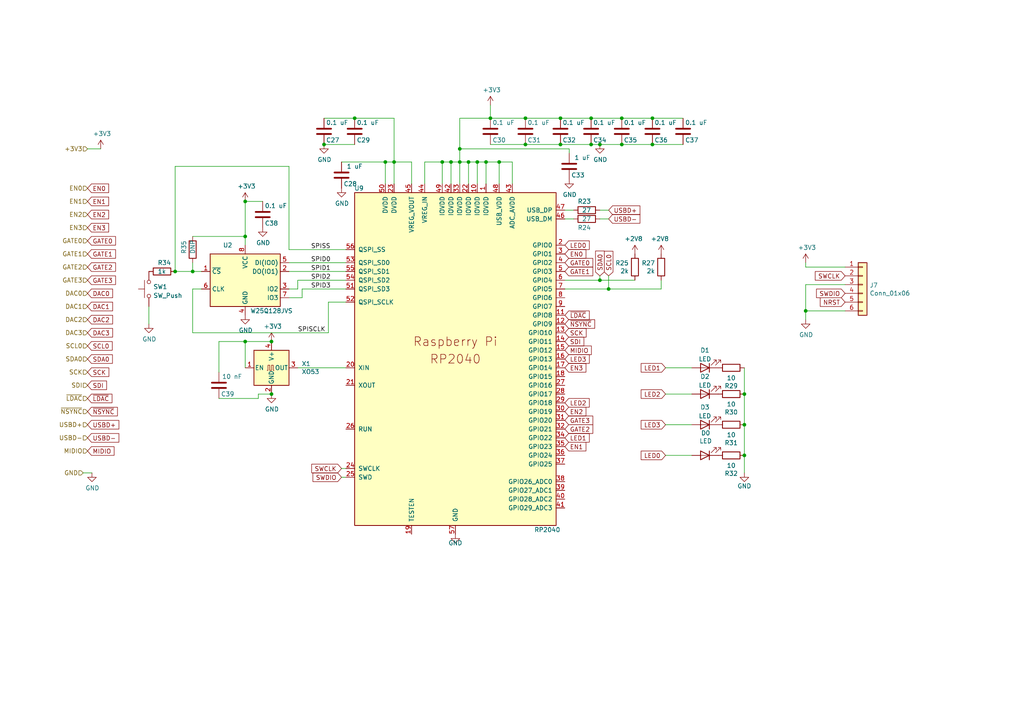
<source format=kicad_sch>
(kicad_sch (version 20230121) (generator eeschema)
  (paper "A4")
  (lib_symbols
    (symbol "Connector_Generic:Conn_01x06" (pin_names (offset 1.016) hide)
      (property "Reference" "J" (at 0 7.62 0))
      (property "Value" "Conn_01x06" (at 0 -10.16 0))
      (symbol "Conn_01x06_1_1"
        (rectangle (start -1.27 -7.493) (end 0 -7.747) (stroke (width 0.1524)))
        (rectangle (start -1.27 -4.953) (end 0 -5.207) (stroke (width 0.1524)))
        (rectangle (start -1.27 -2.413) (end 0 -2.667) (stroke (width 0.1524)))
        (rectangle (start -1.27 0.127) (end 0 -0.127) (stroke (width 0.1524)))
        (rectangle (start -1.27 2.667) (end 0 2.413) (stroke (width 0.1524)))
        (rectangle (start -1.27 5.207) (end 0 4.953) (stroke (width 0.1524)))
        (rectangle (start -1.27 6.35) (end 1.27 -8.89) (stroke (width 0.254)) (fill (type background)))
        (pin passive line (at -5.08 5.08 0) (length 3.81) (name "Pin_1") (number "1"))
        (pin passive line (at -5.08 2.54 0) (length 3.81) (name "Pin_2") (number "2"))
        (pin passive line (at -5.08 0 0) (length 3.81) (name "Pin_3") (number "3"))
        (pin passive line (at -5.08 -2.54 0) (length 3.81) (name "Pin_4") (number "4"))
        (pin passive line (at -5.08 -5.08 0) (length 3.81) (name "Pin_5") (number "5"))
        (pin passive line (at -5.08 -7.62 0) (length 3.81) (name "Pin_6") (number "6"))
      )
    )
    (symbol "Device:C" (pin_numbers hide) (pin_names (offset 0.254))
      (property "Reference" "C" (at 0.635 2.54 0))
      (property "Value" "C" (at 0.635 -2.54 0))
      (symbol "C_0_1"
        (polyline (pts (xy -2.032 -0.762) (xy 2.032 -0.762)) (stroke (width 0.508)))
        (polyline (pts (xy -2.032 0.762) (xy 2.032 0.762)) (stroke (width 0.508)))
      )
      (symbol "C_1_1"
        (pin passive line (at 0 3.81 270) (length 2.794) (name "~") (number "1"))
        (pin passive line (at 0 -3.81 90) (length 2.794) (name "~") (number "2"))
      )
    )
    (symbol "Device:LED" (pin_numbers hide) (pin_names (offset 1.016) hide)
      (property "Reference" "D" (at 0 2.54 0))
      (property "Value" "LED" (at 0 -2.54 0))
      (symbol "LED_0_1"
        (polyline (pts (xy -1.27 -1.27) (xy -1.27 1.27)) (stroke (width 0.254)))
        (polyline (pts (xy -1.27 0) (xy 1.27 0)))
        (polyline (pts (xy 1.27 -1.27) (xy 1.27 1.27) (xy -1.27 0) (xy 1.27 -1.27)) (stroke (width 0.254)))
        (polyline (pts (xy -3.048 -0.762) (xy -4.572 -2.286) (xy -3.81 -2.286) (xy -4.572 -2.286) (xy -4.572 -1.524)))
        (polyline (pts (xy -1.778 -0.762) (xy -3.302 -2.286) (xy -2.54 -2.286) (xy -3.302 -2.286) (xy -3.302 -1.524)))
      )
      (symbol "LED_1_1"
        (pin passive line (at -3.81 0 0) (length 2.54) (name "K") (number "1"))
        (pin passive line (at 3.81 0 180) (length 2.54) (name "A") (number "2"))
      )
    )
    (symbol "Device:R" (pin_numbers hide) (pin_names (offset 0))
      (property "Reference" "R" (at 2.032 0 90))
      (property "Value" "R" (at 0 0 90))
      (symbol "R_0_1"
        (rectangle (start -1.016 -2.54) (end 1.016 2.54) (stroke (width 0.254)))
      )
      (symbol "R_1_1"
        (pin passive line (at 0 3.81 270) (length 1.27) (name "~") (number "1"))
        (pin passive line (at 0 -3.81 90) (length 1.27) (name "~") (number "2"))
      )
    )
    (symbol "Oscillator:XO53" (pin_names (offset 0.254))
      (property "Reference" "X" (at -5.08 6.35 0))
      (property "Value" "XO53" (at 1.27 -6.35 0))
      (symbol "XO53_0_1"
        (rectangle (start -5.08 5.08) (end 5.08 -5.08) (stroke (width 0.254)) (fill (type background)))
        (polyline (pts (xy 0.762 -0.762) (xy 0.508 -0.762) (xy 0.508 0.762) (xy 0 0.762) (xy 0 -0.762) (xy -0.508 -0.762) (xy -0.508 0.762) (xy -1.016 0.762) (xy -1.016 -0.762) (xy -1.27 -0.762)))
      )
      (symbol "XO53_1_1"
        (pin input line (at -7.62 0 0) (length 2.54) (name "EN") (number "1"))
        (pin power_in line (at 0 -7.62 90) (length 2.54) (name "GND") (number "2"))
        (pin output line (at 7.62 0 180) (length 2.54) (name "OUT") (number "3"))
        (pin power_in line (at 0 7.62 270) (length 2.54) (name "V+") (number "4"))
      )
    )
    (symbol "Switch:SW_Push" (pin_numbers hide) (pin_names (offset 1.016) hide)
      (property "Reference" "SW" (at 1.27 2.54 0))
      (property "Value" "SW_Push" (at 0 -1.524 0))
      (symbol "SW_Push_0_1"
        (circle (center -2.032 0) (radius 0.508))
        (polyline (pts (xy 0 1.27) (xy 0 3.048)))
        (polyline (pts (xy 2.54 1.27) (xy -2.54 1.27)))
        (circle (center 2.032 0) (radius 0.508))
        (pin passive line (at -5.08 0 0) (length 2.54) (name "1") (number "1"))
        (pin passive line (at 5.08 0 180) (length 2.54) (name "2") (number "2"))
      )
    )
    (symbol "power:+2V8" (power) (pin_names (offset 0))
      (property "Value" "+2V8" (at 0 3.556 0))
      (symbol "+2V8_0_1"
        (polyline (pts (xy -0.762 1.27) (xy 0 2.54)))
        (polyline (pts (xy 0 0) (xy 0 2.54)))
        (polyline (pts (xy 0 2.54) (xy 0.762 1.27)))
      )
      (symbol "+2V8_1_1"
        (pin power_in line (at 0 0 90) (length 0) hide (name "+2V8") (number "1"))
      )
    )
    (symbol "power:+3V3" (power) (pin_names (offset 0))
      (property "Value" "+3V3" (at 0 3.556 0))
      (symbol "+3V3_0_1"
        (polyline (pts (xy -0.762 1.27) (xy 0 2.54)))
        (polyline (pts (xy 0 0) (xy 0 2.54)))
        (polyline (pts (xy 0 2.54) (xy 0.762 1.27)))
      )
      (symbol "+3V3_1_1"
        (pin power_in line (at 0 0 90) (length 0) hide (name "+3V3") (number "1"))
      )
    )
    (symbol "power:GND" (power) (pin_names (offset 0))
      (property "Value" "GND" (at 0 -3.81 0))
      (symbol "GND_0_1"
        (polyline (pts (xy 0 0) (xy 0 -1.27) (xy 1.27 -1.27) (xy 0 -2.54) (xy -1.27 -1.27) (xy 0 -1.27)))
      )
      (symbol "GND_1_1"
        (pin power_in line (at 0 0 270) (length 0) hide (name "GND") (number "1"))
      )
    )
    (symbol "quadrant-rescue:W25Q128JVS-Memory_Flash"
      (property "Reference" "U" (at -8.89 8.89 0))
      (property "Value" "Memory_Flash_W25Q128JVS" (at 7.62 8.89 0))
      (symbol "W25Q128JVS-Memory_Flash_0_1"
        (rectangle (start -10.16 7.62) (end 10.16 -7.62) (stroke (width 0.254)) (fill (type background)))
      )
      (symbol "W25Q128JVS-Memory_Flash_1_1"
        (pin input line (at -12.7 2.54 0) (length 2.54) (name "~{CS}") (number "1"))
        (pin bidirectional line (at 12.7 2.54 180) (length 2.54) (name "DO(IO1)") (number "2"))
        (pin bidirectional line (at 12.7 -2.54 180) (length 2.54) (name "IO2") (number "3"))
        (pin power_in line (at 0 -10.16 90) (length 2.54) (name "GND") (number "4"))
        (pin bidirectional line (at 12.7 5.08 180) (length 2.54) (name "DI(IO0)") (number "5"))
        (pin input line (at -12.7 -2.54 0) (length 2.54) (name "CLK") (number "6"))
        (pin bidirectional line (at 12.7 -5.08 180) (length 2.54) (name "IO3") (number "7"))
        (pin power_in line (at 0 10.16 270) (length 2.54) (name "VCC") (number "8"))
      )
    )
    (symbol "quadrant:RP2040" (pin_names (offset 1.016))
      (property "Reference" "U" (at -29.21 49.53 0))
      (property "Value" "RP2040" (at 24.13 -49.53 0))
      (symbol "RP2040_0_0"
        (text "Raspberry Pi" (at 0 5.08 0) (effects (font (size 2.54 2.54))))
        (text "RP2040" (at 0 0 0) (effects (font (size 2.54 2.54))))
      )
      (symbol "RP2040_0_1"
        (rectangle (start 29.21 48.26) (end -29.21 -48.26) (stroke (width 0.254)) (fill (type background)))
      )
      (symbol "RP2040_1_1"
        (pin power_in line (at 8.89 50.8 270) (length 2.54) (name "IOVDD") (number "1"))
        (pin power_in line (at 6.35 50.8 270) (length 2.54) (name "IOVDD") (number "10"))
        (pin bidirectional line (at 31.75 12.7 180) (length 2.54) (name "GPIO8") (number "11"))
        (pin bidirectional line (at 31.75 10.16 180) (length 2.54) (name "GPIO9") (number "12"))
        (pin bidirectional line (at 31.75 7.62 180) (length 2.54) (name "GPIO10") (number "13"))
        (pin bidirectional line (at 31.75 5.08 180) (length 2.54) (name "GPIO11") (number "14"))
        (pin bidirectional line (at 31.75 2.54 180) (length 2.54) (name "GPIO12") (number "15"))
        (pin bidirectional line (at 31.75 0 180) (length 2.54) (name "GPIO13") (number "16"))
        (pin bidirectional line (at 31.75 -2.54 180) (length 2.54) (name "GPIO14") (number "17"))
        (pin bidirectional line (at 31.75 -5.08 180) (length 2.54) (name "GPIO15") (number "18"))
        (pin passive line (at -12.7 -50.8 90) (length 2.54) (name "TESTEN") (number "19"))
        (pin bidirectional line (at 31.75 33.02 180) (length 2.54) (name "GPIO0") (number "2"))
        (pin input line (at -31.75 -2.54 0) (length 2.54) (name "XIN") (number "20"))
        (pin passive line (at -31.75 -7.62 0) (length 2.54) (name "XOUT") (number "21"))
        (pin power_in line (at 3.81 50.8 270) (length 2.54) (name "IOVDD") (number "22"))
        (pin power_in line (at -17.78 50.8 270) (length 2.54) (name "DVDD") (number "23"))
        (pin output line (at -31.75 -31.75 0) (length 2.54) (name "SWCLK") (number "24"))
        (pin bidirectional line (at -31.75 -34.29 0) (length 2.54) (name "SWD") (number "25"))
        (pin input line (at -31.75 -20.32 0) (length 2.54) (name "RUN") (number "26"))
        (pin bidirectional line (at 31.75 -7.62 180) (length 2.54) (name "GPIO16") (number "27"))
        (pin bidirectional line (at 31.75 -10.16 180) (length 2.54) (name "GPIO17") (number "28"))
        (pin bidirectional line (at 31.75 -12.7 180) (length 2.54) (name "GPIO18") (number "29"))
        (pin bidirectional line (at 31.75 30.48 180) (length 2.54) (name "GPIO1") (number "3"))
        (pin bidirectional line (at 31.75 -15.24 180) (length 2.54) (name "GPIO19") (number "30"))
        (pin bidirectional line (at 31.75 -17.78 180) (length 2.54) (name "GPIO20") (number "31"))
        (pin bidirectional line (at 31.75 -20.32 180) (length 2.54) (name "GPIO21") (number "32"))
        (pin power_in line (at 1.27 50.8 270) (length 2.54) (name "IOVDD") (number "33"))
        (pin bidirectional line (at 31.75 -22.86 180) (length 2.54) (name "GPIO22") (number "34"))
        (pin bidirectional line (at 31.75 -25.4 180) (length 2.54) (name "GPIO23") (number "35"))
        (pin bidirectional line (at 31.75 -27.94 180) (length 2.54) (name "GPIO24") (number "36"))
        (pin bidirectional line (at 31.75 -30.48 180) (length 2.54) (name "GPIO25") (number "37"))
        (pin bidirectional line (at 31.75 -35.56 180) (length 2.54) (name "GPIO26_ADC0") (number "38"))
        (pin bidirectional line (at 31.75 -38.1 180) (length 2.54) (name "GPIO27_ADC1") (number "39"))
        (pin bidirectional line (at 31.75 27.94 180) (length 2.54) (name "GPIO2") (number "4"))
        (pin bidirectional line (at 31.75 -40.64 180) (length 2.54) (name "GPIO28_ADC2") (number "40"))
        (pin bidirectional line (at 31.75 -43.18 180) (length 2.54) (name "GPIO29_ADC3") (number "41"))
        (pin power_in line (at -1.27 50.8 270) (length 2.54) (name "IOVDD") (number "42"))
        (pin power_in line (at 16.51 50.8 270) (length 2.54) (name "ADC_AVDD") (number "43"))
        (pin power_in line (at -8.89 50.8 270) (length 2.54) (name "VREG_IN") (number "44"))
        (pin power_out line (at -12.7 50.8 270) (length 2.54) (name "VREG_VOUT") (number "45"))
        (pin bidirectional line (at 31.75 40.64 180) (length 2.54) (name "USB_DM") (number "46"))
        (pin bidirectional line (at 31.75 43.18 180) (length 2.54) (name "USB_DP") (number "47"))
        (pin power_in line (at 12.7 50.8 270) (length 2.54) (name "USB_VDD") (number "48"))
        (pin power_in line (at -3.81 50.8 270) (length 2.54) (name "IOVDD") (number "49"))
        (pin bidirectional line (at 31.75 25.4 180) (length 2.54) (name "GPIO3") (number "5"))
        (pin power_in line (at -20.32 50.8 270) (length 2.54) (name "DVDD") (number "50"))
        (pin bidirectional line (at -31.75 20.32 0) (length 2.54) (name "QSPI_SD3") (number "51"))
        (pin output line (at -31.75 16.51 0) (length 2.54) (name "QSPI_SCLK") (number "52"))
        (pin bidirectional line (at -31.75 27.94 0) (length 2.54) (name "QSPI_SD0") (number "53"))
        (pin bidirectional line (at -31.75 22.86 0) (length 2.54) (name "QSPI_SD2") (number "54"))
        (pin bidirectional line (at -31.75 25.4 0) (length 2.54) (name "QSPI_SD1") (number "55"))
        (pin bidirectional line (at -31.75 31.75 0) (length 2.54) (name "QSPI_SS") (number "56"))
        (pin power_in line (at 0 -50.8 90) (length 2.54) (name "GND") (number "57"))
        (pin bidirectional line (at 31.75 22.86 180) (length 2.54) (name "GPIO4") (number "6"))
        (pin bidirectional line (at 31.75 20.32 180) (length 2.54) (name "GPIO5") (number "7"))
        (pin bidirectional line (at 31.75 17.78 180) (length 2.54) (name "GPIO6") (number "8"))
        (pin bidirectional line (at 31.75 15.24 180) (length 2.54) (name "GPIO7") (number "9"))
      )
    )
  )
  (junction (at 180.34 41.91))
  (junction (at 130.81 46.99))
  (junction (at 111.76 46.99))
  (junction (at 114.3 46.99))
  (junction (at 140.97 46.99))
  (junction (at 189.23 34.29))
  (junction (at 176.53 83.82))
  (junction (at 152.4 34.29))
  (junction (at 215.9 132.08))
  (junction (at 55.88 78.74))
  (junction (at 133.35 46.99))
  (junction (at 135.89 46.99))
  (junction (at 93.98 41.91))
  (junction (at 71.12 99.06))
  (junction (at 171.45 41.91))
  (junction (at 215.9 123.19))
  (junction (at 215.9 114.3))
  (junction (at 138.43 46.99))
  (junction (at 180.34 34.29))
  (junction (at 78.74 114.3))
  (junction (at 233.68 90.17))
  (junction (at 144.78 46.99))
  (junction (at 142.24 34.29))
  (junction (at 162.56 34.29))
  (junction (at 173.99 41.91))
  (junction (at 102.87 34.29))
  (junction (at 128.27 46.99))
  (junction (at 171.45 34.29))
  (junction (at 162.56 41.91))
  (junction (at 173.99 81.28))
  (junction (at 189.23 41.91))
  (junction (at 133.35 43.18))
  (junction (at 152.4 41.91))
  (junction (at 71.12 58.42))
  (junction (at 71.12 68.58))
  (junction (at 78.74 99.06))
  (junction (at 50.8 78.74))
  (wire (pts (xy 233.68 90.17) (xy 233.68 82.55)))
  (wire (pts (xy 163.83 83.82) (xy 176.53 83.82)))
  (wire (pts (xy 166.37 63.5) (xy 163.83 63.5)))
  (wire (pts (xy 130.81 46.99) (xy 133.35 46.99)))
  (wire (pts (xy 176.53 83.82) (xy 191.77 83.82)))
  (wire (pts (xy 111.76 46.99) (xy 114.3 46.99)))
  (wire (pts (xy 162.56 41.91) (xy 171.45 41.91)))
  (wire (pts (xy 165.1 43.18) (xy 165.1 44.45)))
  (wire (pts (xy 63.5 115.57) (xy 74.93 115.57)))
  (wire (pts (xy 152.4 34.29) (xy 162.56 34.29)))
  (wire (pts (xy 189.23 34.29) (xy 198.12 34.29)))
  (wire (pts (xy 100.33 135.89) (xy 99.06 135.89)))
  (wire (pts (xy 71.12 99.06) (xy 63.5 99.06)))
  (wire (pts (xy 93.98 34.29) (xy 102.87 34.29)))
  (wire (pts (xy 55.88 96.52) (xy 95.25 96.52)))
  (wire (pts (xy 55.88 76.2) (xy 55.88 78.74)))
  (wire (pts (xy 87.63 83.82) (xy 100.33 83.82)))
  (wire (pts (xy 233.68 77.47) (xy 245.11 77.47)))
  (wire (pts (xy 24.13 137.16) (xy 26.67 137.16)))
  (wire (pts (xy 83.82 83.82) (xy 86.36 83.82)))
  (wire (pts (xy 128.27 53.34) (xy 128.27 46.99)))
  (wire (pts (xy 58.42 78.74) (xy 55.88 78.74)))
  (wire (pts (xy 140.97 46.99) (xy 144.78 46.99)))
  (wire (pts (xy 95.25 96.52) (xy 95.25 87.63)))
  (wire (pts (xy 86.36 81.28) (xy 100.33 81.28)))
  (wire (pts (xy 233.68 82.55) (xy 245.11 82.55)))
  (wire (pts (xy 180.34 41.91) (xy 189.23 41.91)))
  (wire (pts (xy 193.04 114.3) (xy 200.66 114.3)))
  (wire (pts (xy 123.19 53.34) (xy 123.19 46.99)))
  (wire (pts (xy 133.35 43.18) (xy 165.1 43.18)))
  (wire (pts (xy 123.19 46.99) (xy 128.27 46.99)))
  (wire (pts (xy 173.99 81.28) (xy 184.15 81.28)))
  (wire (pts (xy 128.27 46.99) (xy 130.81 46.99)))
  (wire (pts (xy 71.12 58.42) (xy 71.12 68.58)))
  (wire (pts (xy 83.82 86.36) (xy 87.63 86.36)))
  (wire (pts (xy 133.35 34.29) (xy 133.35 43.18)))
  (wire (pts (xy 55.88 83.82) (xy 55.88 96.52)))
  (wire (pts (xy 191.77 83.82) (xy 191.77 81.28)))
  (wire (pts (xy 144.78 46.99) (xy 144.78 53.34)))
  (wire (pts (xy 173.99 41.91) (xy 180.34 41.91)))
  (wire (pts (xy 245.11 90.17) (xy 233.68 90.17)))
  (wire (pts (xy 173.99 60.96) (xy 176.53 60.96)))
  (wire (pts (xy 86.36 83.82) (xy 86.36 81.28)))
  (wire (pts (xy 50.8 48.26) (xy 50.8 78.74)))
  (wire (pts (xy 114.3 46.99) (xy 114.3 53.34)))
  (wire (pts (xy 133.35 43.18) (xy 133.35 46.99)))
  (wire (pts (xy 138.43 46.99) (xy 140.97 46.99)))
  (wire (pts (xy 215.9 123.19) (xy 215.9 132.08)))
  (wire (pts (xy 180.34 34.29) (xy 189.23 34.29)))
  (wire (pts (xy 83.82 72.39) (xy 83.82 48.26)))
  (wire (pts (xy 86.36 106.68) (xy 100.33 106.68)))
  (wire (pts (xy 71.12 68.58) (xy 71.12 71.12)))
  (wire (pts (xy 58.42 83.82) (xy 55.88 83.82)))
  (wire (pts (xy 142.24 41.91) (xy 152.4 41.91)))
  (wire (pts (xy 215.9 106.68) (xy 215.9 114.3)))
  (wire (pts (xy 193.04 123.19) (xy 200.66 123.19)))
  (wire (pts (xy 29.21 43.18) (xy 25.4 43.18)))
  (wire (pts (xy 215.9 132.08) (xy 215.9 137.16)))
  (wire (pts (xy 74.93 114.3) (xy 78.74 114.3)))
  (wire (pts (xy 102.87 34.29) (xy 114.3 34.29)))
  (wire (pts (xy 142.24 30.48) (xy 142.24 34.29)))
  (wire (pts (xy 176.53 83.82) (xy 176.53 80.01)))
  (wire (pts (xy 215.9 114.3) (xy 215.9 123.19)))
  (wire (pts (xy 144.78 46.99) (xy 148.59 46.99)))
  (wire (pts (xy 152.4 41.91) (xy 162.56 41.91)))
  (wire (pts (xy 148.59 46.99) (xy 148.59 53.34)))
  (wire (pts (xy 43.18 88.9) (xy 43.18 93.98)))
  (wire (pts (xy 163.83 60.96) (xy 166.37 60.96)))
  (wire (pts (xy 100.33 138.43) (xy 99.06 138.43)))
  (wire (pts (xy 133.35 46.99) (xy 133.35 53.34)))
  (wire (pts (xy 95.25 87.63) (xy 100.33 87.63)))
  (wire (pts (xy 99.06 46.99) (xy 111.76 46.99)))
  (wire (pts (xy 87.63 86.36) (xy 87.63 83.82)))
  (wire (pts (xy 193.04 106.68) (xy 200.66 106.68)))
  (wire (pts (xy 55.88 68.58) (xy 71.12 68.58)))
  (wire (pts (xy 163.83 81.28) (xy 173.99 81.28)))
  (wire (pts (xy 171.45 41.91) (xy 173.99 41.91)))
  (wire (pts (xy 140.97 46.99) (xy 140.97 53.34)))
  (wire (pts (xy 55.88 78.74) (xy 50.8 78.74)))
  (wire (pts (xy 114.3 34.29) (xy 114.3 46.99)))
  (wire (pts (xy 138.43 46.99) (xy 135.89 46.99)))
  (wire (pts (xy 111.76 53.34) (xy 111.76 46.99)))
  (wire (pts (xy 74.93 115.57) (xy 74.93 114.3)))
  (wire (pts (xy 233.68 92.71) (xy 233.68 90.17)))
  (wire (pts (xy 142.24 34.29) (xy 133.35 34.29)))
  (wire (pts (xy 171.45 34.29) (xy 180.34 34.29)))
  (wire (pts (xy 71.12 58.42) (xy 76.2 58.42)))
  (wire (pts (xy 78.74 99.06) (xy 71.12 99.06)))
  (wire (pts (xy 173.99 81.28) (xy 173.99 80.01)))
  (wire (pts (xy 135.89 46.99) (xy 133.35 46.99)))
  (wire (pts (xy 83.82 76.2) (xy 100.33 76.2)))
  (wire (pts (xy 176.53 63.5) (xy 173.99 63.5)))
  (wire (pts (xy 138.43 53.34) (xy 138.43 46.99)))
  (wire (pts (xy 83.82 48.26) (xy 50.8 48.26)))
  (wire (pts (xy 114.3 46.99) (xy 119.38 46.99)))
  (wire (pts (xy 189.23 41.91) (xy 198.12 41.91)))
  (wire (pts (xy 130.81 53.34) (xy 130.81 46.99)))
  (wire (pts (xy 100.33 72.39) (xy 83.82 72.39)))
  (wire (pts (xy 100.33 78.74) (xy 83.82 78.74)))
  (wire (pts (xy 142.24 34.29) (xy 152.4 34.29)))
  (wire (pts (xy 193.04 132.08) (xy 200.66 132.08)))
  (wire (pts (xy 233.68 76.2) (xy 233.68 77.47)))
  (wire (pts (xy 119.38 46.99) (xy 119.38 53.34)))
  (wire (pts (xy 135.89 53.34) (xy 135.89 46.99)))
  (wire (pts (xy 162.56 34.29) (xy 171.45 34.29)))
  (wire (pts (xy 71.12 106.68) (xy 71.12 99.06)))
  (wire (pts (xy 63.5 99.06) (xy 63.5 107.95)))
  (wire (pts (xy 93.98 41.91) (xy 102.87 41.91)))
  (label "SPISCLK" (at 86.36 96.52 0))
  (label "SPID3" (at 90.17 83.82 0))
  (label "SPISS" (at 90.17 72.39 0))
  (label "SPID1" (at 90.17 78.74 0))
  (label "SPID0" (at 90.17 76.2 0))
  (label "SPID2" (at 90.17 81.28 0))
  (global_label "SDI" (shape input) (at 163.83 99.06 0) (property "Intersheetrefs" "${INTERSHEET_REFS}" (effects hide)))
  (global_label "SCK" (shape input) (at 163.83 96.52 0) (property "Intersheetrefs" "${INTERSHEET_REFS}" (effects hide)))
  (global_label "~{NSYNC}" (shape input) (at 163.83 93.98 0) (property "Intersheetrefs" "${INTERSHEET_REFS}" (effects hide)))
  (global_label "SCK" (shape input) (at 25.4 107.95 0) (property "Intersheetrefs" "${INTERSHEET_REFS}" (effects hide)))
  (global_label "~{NSYNC}" (shape input) (at 25.4 119.38 0) (property "Intersheetrefs" "${INTERSHEET_REFS}" (effects hide)))
  (global_label "LED0" (shape input) (at 163.83 71.12 0) (property "Intersheetrefs" "${INTERSHEET_REFS}" (effects hide)))
  (global_label "EN2" (shape input) (at 163.83 119.38 0) (property "Intersheetrefs" "${INTERSHEET_REFS}" (effects hide)))
  (global_label "MIDIO" (shape input) (at 25.4 130.81 0) (property "Intersheetrefs" "${INTERSHEET_REFS}" (effects hide)))
  (global_label "EN2" (shape input) (at 25.4 62.23 0) (property "Intersheetrefs" "${INTERSHEET_REFS}" (effects hide)))
  (global_label "SDA0" (shape input) (at 25.4 104.14 0) (property "Intersheetrefs" "${INTERSHEET_REFS}" (effects hide)))
  (global_label "GATE0" (shape input) (at 163.83 76.2 0) (property "Intersheetrefs" "${INTERSHEET_REFS}" (effects hide)))
  (global_label "USBD-" (shape input) (at 25.4 127 0) (property "Intersheetrefs" "${INTERSHEET_REFS}" (effects hide)))
  (global_label "GATE3" (shape input) (at 25.4 81.28 0) (property "Intersheetrefs" "${INTERSHEET_REFS}" (effects hide)))
  (global_label "EN1" (shape input) (at 25.4 58.42 0) (property "Intersheetrefs" "${INTERSHEET_REFS}" (effects hide)))
  (global_label "GATE2" (shape input) (at 25.4 77.47 0) (property "Intersheetrefs" "${INTERSHEET_REFS}" (effects hide)))
  (global_label "EN0" (shape input) (at 163.83 73.66 0) (property "Intersheetrefs" "${INTERSHEET_REFS}" (effects hide)))
  (global_label "USBD-" (shape input) (at 176.53 63.5 0) (property "Intersheetrefs" "${INTERSHEET_REFS}" (effects hide)))
  (global_label "SWCLK" (shape input) (at 99.06 135.89 180) (property "Intersheetrefs" "${INTERSHEET_REFS}" (effects hide)))
  (global_label "LED2" (shape input) (at 193.04 114.3 180) (property "Intersheetrefs" "${INTERSHEET_REFS}" (effects hide)))
  (global_label "EN1" (shape input) (at 163.83 129.54 0) (property "Intersheetrefs" "${INTERSHEET_REFS}" (effects hide)))
  (global_label "MIDIO" (shape input) (at 163.83 101.6 0) (property "Intersheetrefs" "${INTERSHEET_REFS}" (effects hide)))
  (global_label "LED2" (shape input) (at 163.83 116.84 0) (property "Intersheetrefs" "${INTERSHEET_REFS}" (effects hide)))
  (global_label "LED3" (shape input) (at 193.04 123.19 180) (property "Intersheetrefs" "${INTERSHEET_REFS}" (effects hide)))
  (global_label "USBD+" (shape input) (at 25.4 123.19 0) (property "Intersheetrefs" "${INTERSHEET_REFS}" (effects hide)))
  (global_label "USBD+" (shape input) (at 176.53 60.96 0) (property "Intersheetrefs" "${INTERSHEET_REFS}" (effects hide)))
  (global_label "LED1" (shape input) (at 163.83 127 0) (property "Intersheetrefs" "${INTERSHEET_REFS}" (effects hide)))
  (global_label "EN3" (shape input) (at 25.4 66.04 0) (property "Intersheetrefs" "${INTERSHEET_REFS}" (effects hide)))
  (global_label "GATE0" (shape input) (at 25.4 69.85 0) (property "Intersheetrefs" "${INTERSHEET_REFS}" (effects hide)))
  (global_label "~{LDAC}" (shape input) (at 25.4 115.57 0) (property "Intersheetrefs" "${INTERSHEET_REFS}" (effects hide)))
  (global_label "DAC3" (shape input) (at 25.4 96.52 0) (property "Intersheetrefs" "${INTERSHEET_REFS}" (effects hide)))
  (global_label "GATE2" (shape input) (at 163.83 124.46 0) (property "Intersheetrefs" "${INTERSHEET_REFS}" (effects hide)))
  (global_label "DAC0" (shape input) (at 25.4 85.09 0) (property "Intersheetrefs" "${INTERSHEET_REFS}" (effects hide)))
  (global_label "LED0" (shape input) (at 193.04 132.08 180) (property "Intersheetrefs" "${INTERSHEET_REFS}" (effects hide)))
  (global_label "LED1" (shape input) (at 193.04 106.68 180) (property "Intersheetrefs" "${INTERSHEET_REFS}" (effects hide)))
  (global_label "GATE3" (shape input) (at 163.83 121.92 0) (property "Intersheetrefs" "${INTERSHEET_REFS}" (effects hide)))
  (global_label "SCL0" (shape input) (at 25.4 100.33 0) (property "Intersheetrefs" "${INTERSHEET_REFS}" (effects hide)))
  (global_label "SDI" (shape input) (at 25.4 111.76 0) (property "Intersheetrefs" "${INTERSHEET_REFS}" (effects hide)))
  (global_label "SWCLK" (shape input) (at 245.11 80.01 180) (property "Intersheetrefs" "${INTERSHEET_REFS}" (effects hide)))
  (global_label "SWDIO" (shape input) (at 245.11 85.09 180) (property "Intersheetrefs" "${INTERSHEET_REFS}" (effects hide)))
  (global_label "GATE1" (shape input) (at 25.4 73.66 0) (property "Intersheetrefs" "${INTERSHEET_REFS}" (effects hide)))
  (global_label "~{LDAC}" (shape input) (at 163.83 91.44 0) (property "Intersheetrefs" "${INTERSHEET_REFS}" (effects hide)))
  (global_label "SWDIO" (shape input) (at 99.06 138.43 180) (property "Intersheetrefs" "${INTERSHEET_REFS}" (effects hide)))
  (global_label "NRST" (shape input) (at 245.11 87.63 180) (property "Intersheetrefs" "${INTERSHEET_REFS}" (effects hide)))
  (global_label "EN3" (shape input) (at 163.83 106.68 0) (property "Intersheetrefs" "${INTERSHEET_REFS}" (effects hide)))
  (global_label "SCL0" (shape input) (at 176.53 80.01 90) (property "Intersheetrefs" "${INTERSHEET_REFS}" (effects hide)))
  (global_label "SDA0" (shape input) (at 173.99 80.01 90) (property "Intersheetrefs" "${INTERSHEET_REFS}" (effects hide)))
  (global_label "GATE1" (shape input) (at 163.83 78.74 0) (property "Intersheetrefs" "${INTERSHEET_REFS}" (effects hide)))
  (global_label "DAC2" (shape input) (at 25.4 92.71 0) (property "Intersheetrefs" "${INTERSHEET_REFS}" (effects hide)))
  (global_label "EN0" (shape input) (at 25.4 54.61 0) (property "Intersheetrefs" "${INTERSHEET_REFS}" (effects hide)))
  (global_label "LED3" (shape input) (at 163.83 104.14 0) (property "Intersheetrefs" "${INTERSHEET_REFS}" (effects hide)))
  (global_label "DAC1" (shape input) (at 25.4 88.9 0) (property "Intersheetrefs" "${INTERSHEET_REFS}" (effects hide)))
  (hierarchical_label "USBD-" (shape input) (at 25.4 127 180))
  (hierarchical_label "GATE0" (shape input) (at 25.4 69.85 180))
  (hierarchical_label "+3V3" (shape input) (at 25.4 43.18 180))
  (hierarchical_label "GATE3" (shape input) (at 25.4 81.28 180))
  (hierarchical_label "DAC0" (shape input) (at 25.4 85.09 180))
  (hierarchical_label "SCL0" (shape input) (at 25.4 100.33 180))
  (hierarchical_label "EN1" (shape input) (at 25.4 58.42 180))
  (hierarchical_label "SDA0" (shape input) (at 25.4 104.14 180))
  (hierarchical_label "SDI" (shape input) (at 25.4 111.76 180))
  (hierarchical_label "MIDIO" (shape input) (at 25.4 130.81 180))
  (hierarchical_label "EN2" (shape input) (at 25.4 62.23 180))
  (hierarchical_label "~{LDAC}" (shape input) (at 25.4 115.57 180))
  (hierarchical_label "GND" (shape input) (at 24.13 137.16 180))
  (hierarchical_label "DAC1" (shape input) (at 25.4 88.9 180))
  (hierarchical_label "~{NSYNC}" (shape input) (at 25.4 119.38 180))
  (hierarchical_label "GATE1" (shape input) (at 25.4 73.66 180))
  (hierarchical_label "DAC3" (shape input) (at 25.4 96.52 180))
  (hierarchical_label "DAC2" (shape input) (at 25.4 92.71 180))
  (hierarchical_label "EN0" (shape input) (at 25.4 54.61 180))
  (hierarchical_label "GATE2" (shape input) (at 25.4 77.47 180))
  (hierarchical_label "EN3" (shape input) (at 25.4 66.04 180))
  (hierarchical_label "USBD+" (shape input) (at 25.4 123.19 180))
  (hierarchical_label "SCK" (shape input) (at 25.4 107.95 180))
  (symbol (lib_id "quadrant-rescue:W25Q128JVS-Memory_Flash") (at 71.12 81.28 0) (unit 1)
    (property "Reference" "U2" (at 66.04 71.12 0))
    (property "Value" "W25Q128JVS" (at 78.74 90.17 0))
    (property "Footprint" "Package_SO:SOIC-8_5.23x5.23mm_P1.27mm" (effects hide))
    (property "Datasheet" "http://www.winbond.com/resource-files/w25q128jv_dtr%20revc%2003272018%20plus.pdf" (effects hide))
    (property "JLC" "SOIC-8_208mil" (effects hide))
    (property "LCSC" "C97521" (effects hide))
    (property "ordered" "y" (effects hide))
  )
  (symbol (lib_id "Device:C") (at 76.2 62.23 180) (unit 1)
    (property "Reference" "C38" (at 78.74 64.77 0))
    (property "Value" "0.1 uF" (at 80.01 59.69 0))
    (property "Footprint" "Capacitor_SMD:C_0603_1608Metric_Pad1.08x0.95mm_HandSolder" (effects hide))
    (property "JLC" "0603" (effects hide))
    (property "ordered" "y" (effects hide))
    (instances (project "quadrant" (path "" (reference "C38") (unit 1)) (path "" (reference "C?") (unit 1))))
  )
  (symbol (lib_id "Device:R") (at 55.88 72.39 0) (mirror y) (unit 1)
    (property "Reference" "R35" (at 53.34 73.66 90) (effects (justify left)))
    (property "Value" "DNP" (at 55.88 73.66 90) (effects (justify left)))
    (property "Footprint" "Resistor_SMD:R_0603_1608Metric_Pad0.98x0.95mm_HandSolder" (effects hide))
    (instances (project "quadrant" (path "" (reference "R35") (unit 1)) (path "" (reference "R?") (unit 1))))
  )
  (symbol (lib_id "Device:R") (at 46.99 78.74 270) (mirror x) (unit 1)
    (property "Reference" "R34" (at 45.72 76.2 90) (effects (justify left)))
    (property "Value" "1k" (at 45.72 78.74 90) (effects (justify left)))
    (property "Footprint" "Resistor_SMD:R_0603_1608Metric_Pad0.98x0.95mm_HandSolder" (effects hide))
    (property "JLC" "0603" (effects hide))
    (property "ordered" "y" (effects hide))
    (instances (project "quadrant" (path "" (reference "R34") (unit 1)) (path "" (reference "R?") (unit 1))))
  )
  (symbol (lib_id "power:+3V3") (at 71.12 58.42 0) (unit 1)
    (property "Reference" "#PWR0101" (effects hide))
    (property "Value" "+3V3" (at 71.501 54.0258 0))
    (instances (project "quadrant" (path "" (reference "#PWR0101") (unit 1)) (path "" (reference "#PWR?") (unit 1))))
  )
  (symbol (lib_id "power:GND") (at 76.2 66.04 0) (unit 1)
    (property "Reference" "#PWR0102" (effects hide))
    (property "Value" "GND" (at 76.327 70.4342 0))
    (instances (project "quadrant" (path "" (reference "#PWR0102") (unit 1)) (path "" (reference "#PWR?") (unit 1))))
  )
  (symbol (lib_id "power:GND") (at 71.12 91.44 0) (unit 1)
    (property "Reference" "#PWR0103" (effects hide))
    (property "Value" "GND" (at 71.247 95.8342 0))
    (instances (project "quadrant" (path "" (reference "#PWR0103") (unit 1)) (path "" (reference "#PWR?") (unit 1))))
  )
  (symbol (lib_id "power:GND") (at 43.18 93.98 0) (unit 1)
    (property "Reference" "#PWR0104" (effects hide))
    (property "Value" "GND" (at 43.307 98.3742 0))
    (instances (project "quadrant" (path "" (reference "#PWR0104") (unit 1)) (path "" (reference "#PWR?") (unit 1))))
  )
  (symbol (lib_id "Oscillator:XO53") (at 78.74 106.68 0) (unit 1)
    (property "Reference" "X1" (at 87.4776 105.5116 0) (effects (justify left)))
    (property "Value" "XO53" (at 87.4776 107.823 0) (effects (justify left)))
    (property "Footprint" "Oscillator:Oscillator_SMD_Kyocera_KC2520Z-4Pin_2.5x2.0mm" (effects hide))
    (property "Datasheet" "http://cdn-reichelt.de/documents/datenblatt/B400/XO53.pdf" (effects hide))
    (property "JLC" "SMD2520-4P" (effects hide))
    (property "LCSC" "C2901596" (effects hide))
    (property "ordered" "y" (effects hide))
  )
  (symbol (lib_id "power:GND") (at 78.74 114.3 0) (unit 1)
    (property "Reference" "#PWR0105" (effects hide))
    (property "Value" "GND" (at 78.867 118.6942 0))
    (instances (project "quadrant" (path "" (reference "#PWR0105") (unit 1)) (path "" (reference "#PWR?") (unit 1))))
  )
  (symbol (lib_id "power:+3V3") (at 78.74 99.06 0) (unit 1)
    (property "Reference" "#PWR0106" (effects hide))
    (property "Value" "+3V3" (at 79.121 94.6658 0))
    (instances (project "quadrant" (path "" (reference "#PWR0106") (unit 1)) (path "" (reference "#PWR?") (unit 1))))
  )
  (symbol (lib_id "Device:C") (at 63.5 111.76 180) (unit 1)
    (property "Reference" "C39" (at 66.04 114.3 0))
    (property "Value" "10 nF" (at 67.31 109.22 0))
    (property "Footprint" "Capacitor_SMD:C_0603_1608Metric_Pad1.08x0.95mm_HandSolder" (effects hide))
    (property "JLC" "0603" (effects hide))
    (property "ordered" "y" (effects hide))
    (instances (project "quadrant" (path "" (reference "C39") (unit 1)) (path "" (reference "C?") (unit 1))))
  )
  (symbol (lib_id "power:GND") (at 233.68 92.71 0) (unit 1)
    (property "Reference" "#PWR074" (effects hide))
    (property "Value" "GND" (at 233.807 97.1042 0))
    (instances (project "quadrant" (path "" (reference "#PWR074") (unit 1)) (path "" (reference "#PWR?") (unit 1))))
  )
  (symbol (lib_id "Connector_Generic:Conn_01x06") (at 250.19 82.55 0) (unit 1)
    (property "Reference" "J7" (at 252.222 82.7532 0) (effects (justify left)))
    (property "Value" "Conn_01x06" (at 252.222 85.0646 0) (effects (justify left)))
    (property "Footprint" "Connector_PinHeader_2.54mm:PinHeader_1x06_P2.54mm_Vertical" (effects hide))
    (property "JLC" "直插,P=2.54mm" (effects hide))
    (property "LCSC" "C190819" (effects hide))
    (property "ordered" "y" (effects hide))
    (instances (project "quadrant" (path "" (reference "J7") (unit 1)) (path "" (reference "J?") (unit 1))))
  )
  (symbol (lib_id "Device:R") (at 191.77 77.47 0) (mirror y) (unit 1)
    (property "Reference" "R27" (at 189.992 76.3016 0) (effects (justify left)))
    (property "Value" "2k" (at 189.992 78.613 0) (effects (justify left)))
    (property "Footprint" "Resistor_SMD:R_0603_1608Metric_Pad0.98x0.95mm_HandSolder" (effects hide))
    (property "JLC" "0603" (effects hide))
    (property "ordered" "y" (effects hide))
    (instances (project "quadrant" (path "" (reference "R27") (unit 1)) (path "" (reference "R?") (unit 1))))
  )
  (symbol (lib_id "power:+2V8") (at 191.77 73.66 0) (mirror y) (unit 1)
    (property "Reference" "#PWR070" (effects hide))
    (property "Value" "+2V8" (at 191.389 69.2658 0))
    (instances (project "quadrant" (path "" (reference "#PWR070") (unit 1)) (path "" (reference "#PWR?") (unit 1))))
  )
  (symbol (lib_id "Device:R") (at 184.15 77.47 0) (mirror y) (unit 1)
    (property "Reference" "R25" (at 182.372 76.3016 0) (effects (justify left)))
    (property "Value" "2k" (at 182.372 78.613 0) (effects (justify left)))
    (property "Footprint" "Resistor_SMD:R_0603_1608Metric_Pad0.98x0.95mm_HandSolder" (effects hide))
    (property "JLC" "0603" (effects hide))
    (property "ordered" "y" (effects hide))
    (instances (project "quadrant" (path "" (reference "R25") (unit 1)) (path "" (reference "R?") (unit 1))))
  )
  (symbol (lib_id "power:+2V8") (at 184.15 73.66 0) (mirror y) (unit 1)
    (property "Reference" "#PWR068" (effects hide))
    (property "Value" "+2V8" (at 183.769 69.2658 0))
    (instances (project "quadrant" (path "" (reference "#PWR068") (unit 1)) (path "" (reference "#PWR?") (unit 1))))
  )
  (symbol (lib_id "Device:LED") (at 204.47 106.68 180) (unit 1)
    (property "Reference" "D1" (at 204.47 101.6 0))
    (property "Value" "LED" (at 204.47 104.14 0))
    (property "Footprint" "LED_SMD:LED_0603_1608Metric_Pad1.05x0.95mm_HandSolder" (effects hide))
    (property "JLC" "0603" (effects hide))
    (property "ordered" "y" (effects hide))
    (instances (project "quadrant" (path "" (reference "D1") (unit 1)) (path "" (reference "D?") (unit 1))))
  )
  (symbol (lib_id "Device:R") (at 212.09 106.68 90) (unit 1)
    (property "Reference" "R29" (at 212.09 111.9378 90))
    (property "Value" "10" (at 212.09 109.6264 90))
    (property "Footprint" "Resistor_SMD:R_0603_1608Metric_Pad0.98x0.95mm_HandSolder" (effects hide))
    (property "JLC" "0603" (effects hide))
    (property "ordered" "y" (effects hide))
    (instances (project "quadrant" (path "" (reference "R29") (unit 1)) (path "" (reference "R?") (unit 1))))
  )
  (symbol (lib_id "Device:LED") (at 204.47 132.08 180) (unit 1)
    (property "Reference" "D0" (at 204.6732 125.603 0))
    (property "Value" "LED" (at 204.6732 127.9144 0))
    (property "Footprint" "LED_SMD:LED_0603_1608Metric_Pad1.05x0.95mm_HandSolder" (effects hide))
    (property "JLC" "0603" (effects hide))
    (property "ordered" "y" (effects hide))
    (instances (project "quadrant" (path "" (reference "D0") (unit 1)) (path "" (reference "D?") (unit 1))))
  )
  (symbol (lib_id "Device:LED") (at 204.47 114.3 180) (unit 1)
    (property "Reference" "D2" (at 204.47 109.22 0))
    (property "Value" "LED" (at 204.47 111.76 0))
    (property "Footprint" "LED_SMD:LED_0603_1608Metric_Pad1.05x0.95mm_HandSolder" (effects hide))
    (property "JLC" "0603" (effects hide))
    (property "ordered" "y" (effects hide))
    (instances (project "quadrant" (path "" (reference "D2") (unit 1)) (path "" (reference "D?") (unit 1))))
  )
  (symbol (lib_id "Device:LED") (at 204.47 123.19 180) (unit 1)
    (property "Reference" "D3" (at 204.47 118.11 0))
    (property "Value" "LED" (at 204.47 120.65 0))
    (property "Footprint" "LED_SMD:LED_0603_1608Metric_Pad1.05x0.95mm_HandSolder" (effects hide))
    (property "JLC" "0603" (effects hide))
    (property "ordered" "y" (effects hide))
    (instances (project "quadrant" (path "" (reference "D3") (unit 1)) (path "" (reference "D?") (unit 1))))
  )
  (symbol (lib_id "power:+3V3") (at 233.68 76.2 0) (unit 1)
    (property "Reference" "#PWR073" (effects hide))
    (property "Value" "+3V3" (at 234.061 71.8058 0))
    (instances (project "quadrant" (path "" (reference "#PWR073") (unit 1)) (path "" (reference "#PWR?") (unit 1))))
  )
  (symbol (lib_id "power:GND") (at 132.08 154.94 0) (unit 1)
    (property "Reference" "#PWR064" (effects hide))
    (property "Value" "GND" (at 132.08 157.48 0))
    (instances (project "quadrant" (path "" (reference "#PWR064") (unit 1)) (path "" (reference "#PWR?") (unit 1))))
  )
  (symbol (lib_id "power:GND") (at 173.99 41.91 0) (unit 1)
    (property "Reference" "#PWR067" (effects hide))
    (property "Value" "GND" (at 174.117 46.3042 0))
    (instances (project "quadrant" (path "" (reference "#PWR067") (unit 1)) (path "" (reference "#PWR?") (unit 1))))
  )
  (symbol (lib_id "Device:C") (at 142.24 38.1 180) (unit 1)
    (property "Reference" "C30" (at 144.78 40.64 0))
    (property "Value" "0.1 uF" (at 146.05 35.56 0))
    (property "Footprint" "Capacitor_SMD:C_0603_1608Metric_Pad1.08x0.95mm_HandSolder" (effects hide))
    (property "JLC" "0603" (effects hide))
    (property "ordered" "y" (effects hide))
    (instances (project "quadrant" (path "" (reference "C30") (unit 1)) (path "" (reference "C?") (unit 1))))
  )
  (symbol (lib_id "power:+3V3") (at 142.24 30.48 0) (unit 1)
    (property "Reference" "#PWR065" (effects hide))
    (property "Value" "+3V3" (at 142.621 26.0858 0))
    (instances (project "quadrant" (path "" (reference "#PWR065") (unit 1)) (path "" (reference "#PWR?") (unit 1))))
  )
  (symbol (lib_id "Device:C") (at 165.1 48.26 180) (unit 1)
    (property "Reference" "C33" (at 167.64 50.8 0))
    (property "Value" "1 uF" (at 168.91 45.72 0))
    (property "Footprint" "Capacitor_SMD:C_0805_2012Metric_Pad1.18x1.45mm_HandSolder" (effects hide))
    (property "JLC" "0805" (effects hide))
    (property "ordered" "y" (effects hide))
    (instances (project "quadrant" (path "" (reference "C33") (unit 1)) (path "" (reference "C?") (unit 1))))
  )
  (symbol (lib_id "power:GND") (at 165.1 52.07 0) (unit 1)
    (property "Reference" "#PWR066" (effects hide))
    (property "Value" "GND" (at 165.227 56.4642 0))
    (instances (project "quadrant" (path "" (reference "#PWR066") (unit 1)) (path "" (reference "#PWR?") (unit 1))))
  )
  (symbol (lib_id "Device:C") (at 99.06 50.8 180) (unit 1)
    (property "Reference" "C28" (at 101.6 53.34 0))
    (property "Value" "1 uF" (at 102.87 48.26 0))
    (property "Footprint" "Capacitor_SMD:C_0805_2012Metric_Pad1.18x1.45mm_HandSolder" (effects hide))
    (property "JLC" "0805" (effects hide))
    (property "ordered" "y" (effects hide))
    (instances (project "quadrant" (path "" (reference "C28") (unit 1)) (path "" (reference "C?") (unit 1))))
  )
  (symbol (lib_id "power:GND") (at 99.06 54.61 0) (unit 1)
    (property "Reference" "#PWR063" (effects hide))
    (property "Value" "GND" (at 99.187 59.0042 0))
    (instances (project "quadrant" (path "" (reference "#PWR063") (unit 1)) (path "" (reference "#PWR?") (unit 1))))
  )
  (symbol (lib_id "power:GND") (at 93.98 41.91 0) (unit 1)
    (property "Reference" "#PWR062" (effects hide))
    (property "Value" "GND" (at 94.107 46.3042 0))
    (instances (project "quadrant" (path "" (reference "#PWR062") (unit 1)) (path "" (reference "#PWR?") (unit 1))))
  )
  (symbol (lib_id "Device:R") (at 170.18 63.5 90) (mirror x) (unit 1)
    (property "Reference" "R24" (at 171.45 66.04 90) (effects (justify left)))
    (property "Value" "27" (at 171.45 63.5 90) (effects (justify left)))
    (property "Footprint" "Resistor_SMD:R_0603_1608Metric_Pad0.98x0.95mm_HandSolder" (effects hide))
    (property "JLC" "0603" (effects hide))
    (property "ordered" "y" (effects hide))
    (instances (project "quadrant" (path "" (reference "R24") (unit 1)) (path "" (reference "R?") (unit 1))))
  )
  (symbol (lib_id "Device:R") (at 170.18 60.96 90) (mirror x) (unit 1)
    (property "Reference" "R23" (at 171.45 58.42 90) (effects (justify left)))
    (property "Value" "27" (at 171.45 60.96 90) (effects (justify left)))
    (property "Footprint" "Resistor_SMD:R_0603_1608Metric_Pad0.98x0.95mm_HandSolder" (effects hide))
    (property "JLC" "0603" (effects hide))
    (property "ordered" "y" (effects hide))
    (instances (project "quadrant" (path "" (reference "R23") (unit 1)) (path "" (reference "R?") (unit 1))))
  )
  (symbol (lib_id "Device:C") (at 198.12 38.1 180) (unit 1)
    (property "Reference" "C37" (at 200.66 40.64 0))
    (property "Value" "0.1 uF" (at 201.93 35.56 0))
    (property "Footprint" "Capacitor_SMD:C_0603_1608Metric_Pad1.08x0.95mm_HandSolder" (effects hide))
    (property "JLC" "0603" (effects hide))
    (property "ordered" "y" (effects hide))
    (instances (project "quadrant" (path "" (reference "C37") (unit 1)) (path "" (reference "C?") (unit 1))))
  )
  (symbol (lib_id "Device:C") (at 189.23 38.1 180) (unit 1)
    (property "Reference" "C36" (at 191.77 40.64 0))
    (property "Value" "0.1 uF" (at 193.04 35.56 0))
    (property "Footprint" "Capacitor_SMD:C_0603_1608Metric_Pad1.08x0.95mm_HandSolder" (effects hide))
    (property "JLC" "0603" (effects hide))
    (property "ordered" "y" (effects hide))
    (instances (project "quadrant" (path "" (reference "C36") (unit 1)) (path "" (reference "C?") (unit 1))))
  )
  (symbol (lib_id "Device:C") (at 180.34 38.1 180) (unit 1)
    (property "Reference" "C35" (at 182.88 40.64 0))
    (property "Value" "0.1 uF" (at 184.15 35.56 0))
    (property "Footprint" "Capacitor_SMD:C_0603_1608Metric_Pad1.08x0.95mm_HandSolder" (effects hide))
    (property "JLC" "0603" (effects hide))
    (property "ordered" "y" (effects hide))
    (instances (project "quadrant" (path "" (reference "C35") (unit 1)) (path "" (reference "C?") (unit 1))))
  )
  (symbol (lib_id "Device:C") (at 171.45 38.1 180) (unit 1)
    (property "Reference" "C34" (at 173.99 40.64 0))
    (property "Value" "0.1 uF" (at 175.26 35.56 0))
    (property "Footprint" "Capacitor_SMD:C_0603_1608Metric_Pad1.08x0.95mm_HandSolder" (effects hide))
    (property "JLC" "0603" (effects hide))
    (property "ordered" "y" (effects hide))
    (instances (project "quadrant" (path "" (reference "C34") (unit 1)) (path "" (reference "C?") (unit 1))))
  )
  (symbol (lib_id "Device:C") (at 162.56 38.1 180) (unit 1)
    (property "Reference" "C32" (at 165.1 40.64 0))
    (property "Value" "0.1 uF" (at 166.37 35.56 0))
    (property "Footprint" "Capacitor_SMD:C_0603_1608Metric_Pad1.08x0.95mm_HandSolder" (effects hide))
    (property "JLC" "0603" (effects hide))
    (property "ordered" "y" (effects hide))
    (instances (project "quadrant" (path "" (reference "C32") (unit 1)) (path "" (reference "C?") (unit 1))))
  )
  (symbol (lib_id "Device:C") (at 152.4 38.1 180) (unit 1)
    (property "Reference" "C31" (at 154.94 40.64 0))
    (property "Value" "0.1 uF" (at 156.21 35.56 0))
    (property "Footprint" "Capacitor_SMD:C_0603_1608Metric_Pad1.08x0.95mm_HandSolder" (effects hide))
    (property "JLC" "0603" (effects hide))
    (property "ordered" "y" (effects hide))
    (instances (project "quadrant" (path "" (reference "C31") (unit 1)) (path "" (reference "C?") (unit 1))))
  )
  (symbol (lib_id "Device:C") (at 102.87 38.1 180) (unit 1)
    (property "Reference" "C29" (at 105.41 40.64 0))
    (property "Value" "0.1 uF" (at 106.68 35.56 0))
    (property "Footprint" "Capacitor_SMD:C_0603_1608Metric_Pad1.08x0.95mm_HandSolder" (effects hide))
    (property "JLC" "0603" (effects hide))
    (property "ordered" "y" (effects hide))
    (instances (project "quadrant" (path "" (reference "C29") (unit 1)) (path "" (reference "C?") (unit 1))))
  )
  (symbol (lib_id "Device:C") (at 93.98 38.1 180) (unit 1)
    (property "Reference" "C27" (at 96.52 40.64 0))
    (property "Value" "0.1 uF" (at 97.79 35.56 0))
    (property "Footprint" "Capacitor_SMD:C_0603_1608Metric_Pad1.08x0.95mm_HandSolder" (effects hide))
    (property "JLC" "0603" (effects hide))
    (property "ordered" "y" (effects hide))
    (instances (project "quadrant" (path "" (reference "C27") (unit 1)) (path "" (reference "C?") (unit 1))))
  )
  (symbol (lib_id "quadrant:RP2040") (at 132.08 104.14 0) (unit 1)
    (property "Reference" "U9" (at 104.14 54.61 0))
    (property "Value" "RP2040" (at 158.75 153.67 0))
    (property "Footprint" "RP2040_minimal:RP2040-QFN-56" (effects hide))
    (property "JLC" "QFN-56(7x7)" (effects hide))
    (property "LCSC" "C2040" (effects hide))
    (property "ordered" "y" (effects hide))
    (instances (project "quadrant" (path "" (reference "U9") (unit 1)) (path "" (reference "U?") (unit 1))))
  )
  (symbol (lib_id "Device:R") (at 212.09 114.3 90) (unit 1)
    (property "Reference" "R30" (at 212.09 119.5578 90))
    (property "Value" "10" (at 212.09 117.2464 90))
    (property "Footprint" "Resistor_SMD:R_0603_1608Metric_Pad0.98x0.95mm_HandSolder" (effects hide))
    (property "JLC" "0603" (effects hide))
    (property "ordered" "y" (effects hide))
    (instances (project "quadrant" (path "" (reference "R30") (unit 1)) (path "" (reference "R?") (unit 1))))
  )
  (symbol (lib_id "Device:R") (at 212.09 123.19 90) (unit 1)
    (property "Reference" "R31" (at 212.09 128.4478 90))
    (property "Value" "10" (at 212.09 126.1364 90))
    (property "Footprint" "Resistor_SMD:R_0603_1608Metric_Pad0.98x0.95mm_HandSolder" (effects hide))
    (property "JLC" "0603" (effects hide))
    (property "ordered" "y" (effects hide))
    (instances (project "quadrant" (path "" (reference "R31") (unit 1)) (path "" (reference "R?") (unit 1))))
  )
  (symbol (lib_id "Device:R") (at 212.09 132.08 90) (unit 1)
    (property "Reference" "R32" (at 212.09 137.3378 90))
    (property "Value" "10" (at 212.09 135.0264 90))
    (property "Footprint" "Resistor_SMD:R_0603_1608Metric_Pad0.98x0.95mm_HandSolder" (effects hide))
    (property "JLC" "0603" (effects hide))
    (property "ordered" "y" (effects hide))
    (instances (project "quadrant" (path "" (reference "R32") (unit 1)) (path "" (reference "R?") (unit 1))))
  )
  (symbol (lib_id "power:GND") (at 215.9 137.16 0) (unit 1)
    (property "Reference" "#PWR072" (effects hide))
    (property "Value" "GND" (at 215.9 140.97 0))
    (instances (project "quadrant" (path "" (reference "#PWR072") (unit 1)) (path "" (reference "#PWR?") (unit 1))))
  )
  (symbol (lib_id "power:GND") (at 26.67 137.16 0) (unit 1)
    (property "Reference" "#PWR?" (effects hide))
    (property "Value" "GND" (at 26.797 141.5542 0))
    (instances (project "quadrant" (path "" (reference "#PWR?") (unit 1)) (path "" (reference "#PWR?") (unit 1)) (path "" (reference "#PWR058") (unit 1))))
  )
  (symbol (lib_id "power:+3V3") (at 29.21 43.18 0) (unit 1)
    (property "Reference" "#PWR060" (effects hide))
    (property "Value" "+3V3" (at 29.591 38.7858 0))
    (instances (project "quadrant" (path "" (reference "#PWR060") (unit 1)) (path "" (reference "#PWR?") (unit 1))))
  )
  (symbol (lib_id "Switch:SW_Push") (at 43.18 83.82 90) (unit 1)
    (property "Reference" "SW1" (at 44.45 83.185 90) (effects (justify right)))
    (property "Value" "SW_Push" (at 44.45 85.725 90) (effects (justify right)))
    (property "Footprint" "Button_Switch_SMD:SW_Push_1P1T_NO_CK_KMR2" (effects hide))
  )
)
</source>
